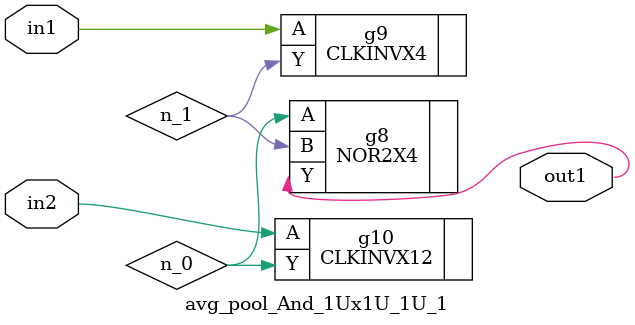
<source format=v>
`timescale 1ps / 1ps


module avg_pool_And_1Ux1U_1U_1(in2, in1, out1);
  input in2, in1;
  output out1;
  wire in2, in1;
  wire out1;
  wire n_0, n_1;
  NOR2X4 g8(.A (n_0), .B (n_1), .Y (out1));
  CLKINVX4 g9(.A (in1), .Y (n_1));
  CLKINVX12 g10(.A (in2), .Y (n_0));
endmodule



</source>
